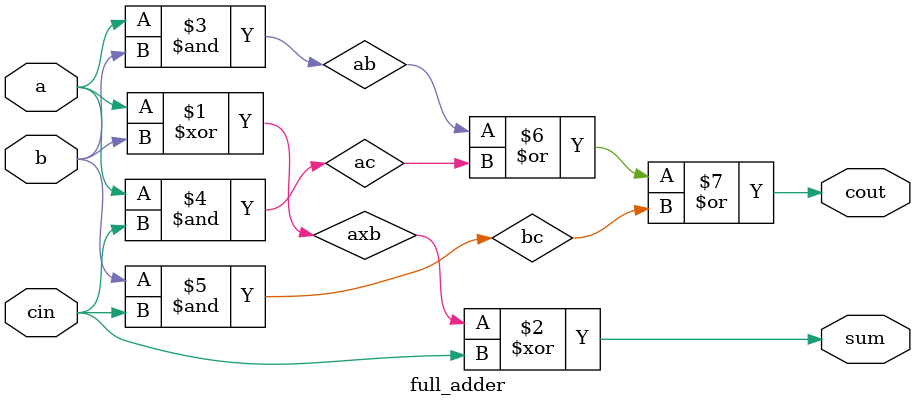
<source format=v>

module full_adder (
    input  a,
    input  b,
    input  cin,
    output sum,
    output cout
);
    wire axb;
    wire ab, ac, bc;

    // Sum logic

    xor (axb, a, b);            // axb = a ^ b
    xor (sum, axb, cin);        // sum = axb ^ cin

    // Carry logic

    and (ab, a, b);             // ab= a + b
    and (ac, a, cin);           // ac= a + cin
    and (bc, b, cin);           // bc= b + cin

    or  (cout, ab, ac, bc);     // cout = ab + ac + bc
endmodule

</source>
